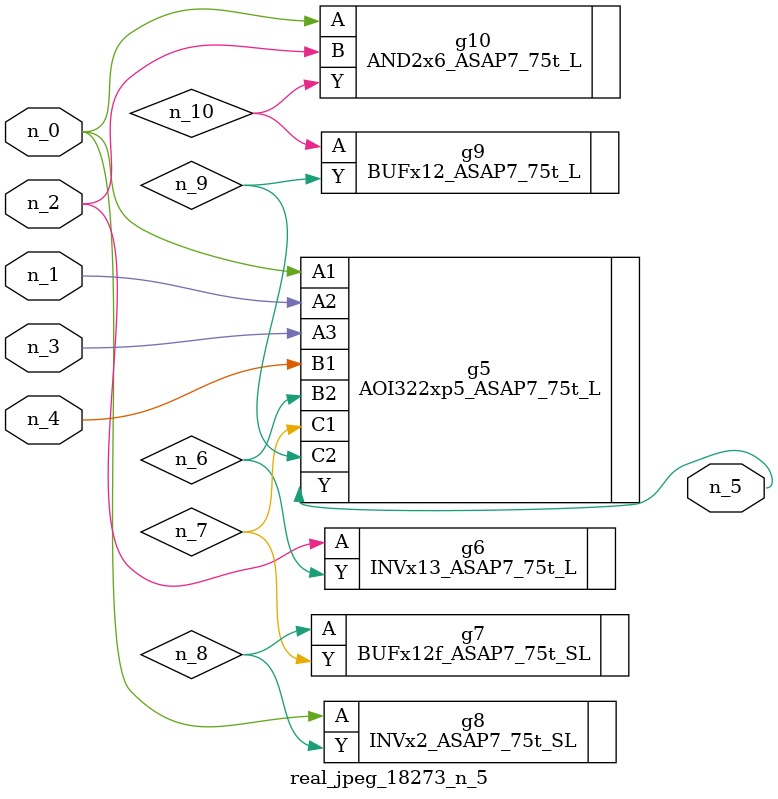
<source format=v>
module real_jpeg_18273_n_5 (n_4, n_0, n_1, n_2, n_3, n_5);

input n_4;
input n_0;
input n_1;
input n_2;
input n_3;

output n_5;

wire n_8;
wire n_6;
wire n_7;
wire n_10;
wire n_9;

AOI322xp5_ASAP7_75t_L g5 ( 
.A1(n_0),
.A2(n_1),
.A3(n_3),
.B1(n_4),
.B2(n_6),
.C1(n_7),
.C2(n_9),
.Y(n_5)
);

INVx2_ASAP7_75t_SL g8 ( 
.A(n_0),
.Y(n_8)
);

AND2x6_ASAP7_75t_L g10 ( 
.A(n_0),
.B(n_2),
.Y(n_10)
);

INVx13_ASAP7_75t_L g6 ( 
.A(n_2),
.Y(n_6)
);

BUFx12f_ASAP7_75t_SL g7 ( 
.A(n_8),
.Y(n_7)
);

BUFx12_ASAP7_75t_L g9 ( 
.A(n_10),
.Y(n_9)
);


endmodule
</source>
